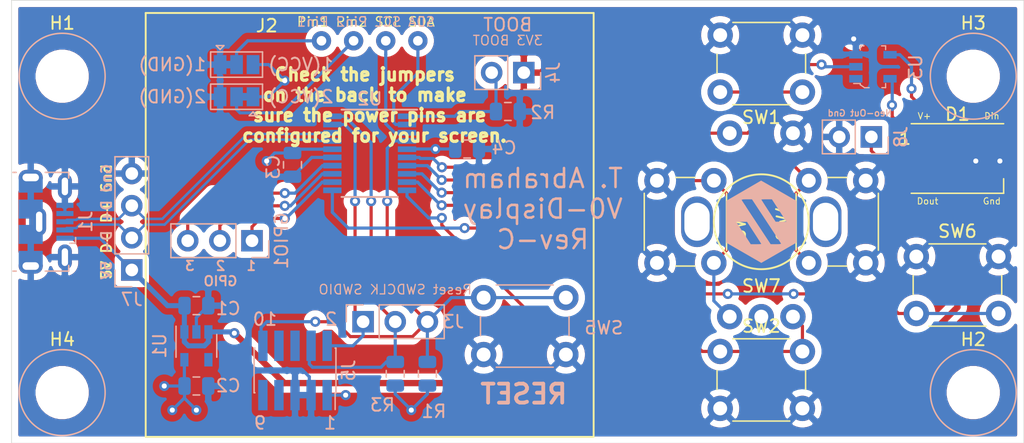
<source format=kicad_pcb>
(kicad_pcb (version 20171130) (host pcbnew "(5.1.5)-3")
  (layers (0 F.Cu signal) (31 B.Cu signal) (34 B.Paste user) (35 F.Paste user) (36 B.SilkS user) (37 F.SilkS user) (38 B.Mask user) (39 F.Mask user) (44 Edge.Cuts user))
  (net 0 "")
  (net 1 GND)
  (net 2 VBUS)
  (net 3 +3V3)
  (net 4 D+)
  (net 5 D-)
  (net 6 SDA)
  (net 7 SCL)
  (net 8 Button_Up)
  (net 9 Button_Down)
  (net 10 Button_Left)
  (net 11 Button_Right)
  (net 12 SWDCLK)
  (net 13 SWDIO)
  (net 14 BOOT0)
  (net 15 "Net-(D1-Pad4)")
  (net 16 Kill_Switch)
  (net 17 NeoPixel)
  (net 18 ~Reset)
  (net 19 "Net-(D1-Pad2)")
  (net 20 GPIO3)
  (net 21 GPIO2)
  (net 22 GPIO1)
  (net 23 Pin2)
  (net 24 Pin1)
  (module V0-Display:VoronLogo_6pt5mm_silkScreen (layer B.Cu) (at 144.42 67.15)
    (fp_text reference G*** hide)
    (fp_text value LOGO hide)
  )
  (module V0-Display:LED_WS2812B_PLCC4_5.0x5.0mm_P3.2mm (layer F.Cu) (at 159.92 62.15)
    (fp_text reference D1 (at 0 -3.5) (layer F.SilkS))
    (fp_text value WS2812B)
    (fp_text user 1 (at -4.15 -1.6) (layer F.SilkS))
    (pad 1 smd rect (at -2.45 -1.6) (size 1.5 1) (layers F.Cu F.Paste F.Mask) (net 2 VBUS))
    (pad 2 smd rect (at -2.45 1.6) (size 1.5 1) (layers F.Cu F.Paste F.Mask) (net 19 "Net-(D1-Pad2)"))
    (pad 4 smd rect (at 2.45 -1.6) (size 1.5 1) (layers F.Cu F.Paste F.Mask) (net 15 "Net-(D1-Pad4)"))
    (pad 3 smd rect (at 2.45 1.6) (size 1.5 1) (layers F.Cu F.Paste F.Mask) (net 1 GND))
  )
  (module V0-Display:PinHeader_2x05_P1.27mm_Vertical_SMD (layer B.Cu) (at 107.57 78.9 90)
    (fp_text reference J5 (at 0 4.235 90) (layer B.SilkS) (effects (justify mirror)))
    (fp_text value "SWD Header")
    (pad 10 smd rect (at 1.95 -2.54 90) (size 2.4 0.74) (layers B.Cu B.Paste B.Mask) (net 18 ~Reset))
    (pad 9 smd rect (at -1.95 -2.54 90) (size 2.4 0.74) (layers B.Cu B.Paste B.Mask))
    (pad 8 smd rect (at 1.95 -1.27 90) (size 2.4 0.74) (layers B.Cu B.Paste B.Mask))
    (pad 7 smd rect (at -1.95 -1.27 90) (size 2.4 0.74) (layers B.Cu B.Paste B.Mask))
    (pad 6 smd rect (at 1.95 0 90) (size 2.4 0.74) (layers B.Cu B.Paste B.Mask))
    (pad 5 smd rect (at -1.95 0 90) (size 2.4 0.74) (layers B.Cu B.Paste B.Mask) (net 1 GND))
    (pad 4 smd rect (at 1.95 1.27 90) (size 2.4 0.74) (layers B.Cu B.Paste B.Mask) (net 12 SWDCLK))
    (pad 3 smd rect (at -1.95 1.27 90) (size 2.4 0.74) (layers B.Cu B.Paste B.Mask) (net 1 GND))
    (pad 2 smd rect (at 1.95 2.54 90) (size 2.4 0.74) (layers B.Cu B.Paste B.Mask) (net 13 SWDIO))
    (pad 1 smd rect (at -1.95 2.54 90) (size 2.4 0.74) (layers B.Cu B.Paste B.Mask) (net 3 +3V3))
  )
  (module V0-Display:EN11_Encoder (layer F.Cu) (at 144.42 67.15)
    (fp_text reference SW7 (at 0 5.08) (layer F.SilkS))
    (fp_text value Rotary_Encoder_Switch)
    (pad MP thru_hole oval (at 5.08 0 180) (size 2.5 4) (drill oval 2 3) (layers *.Cu *.Mask))
    (pad MP thru_hole oval (at -5.08 0) (size 2.5 4) (drill oval 2 3) (layers *.Cu *.Mask))
    (pad S2 thru_hole circle (at 2.5 -7) (size 2 2) (drill 1.1) (layers *.Cu *.Mask) (net 1 GND))
    (pad S1 thru_hole circle (at -2.5 -7) (size 2 2) (drill 1.1) (layers *.Cu *.Mask) (net 8 Button_Up))
    (pad B thru_hole circle (at 2.5 7.5) (size 2 2) (drill 1.1) (layers *.Cu *.Mask) (net 9 Button_Down))
    (pad C thru_hole circle (at 0 7.5) (size 2 2) (drill 1.1) (layers *.Cu *.Mask) (net 1 GND))
    (pad A thru_hole circle (at -2.5 7.5) (size 2 2) (drill 1.1) (layers *.Cu *.Mask) (net 10 Button_Left))
  )
  (module V0-Display:1pt3in_OLED (layer F.Cu) (at 113.47 52.85)
    (fp_text reference J2 (at -8.132 -1.194) (layer F.SilkS))
    (fp_text value "I2C Header 1")
    (pad 4 thru_hole circle (at 3.81 0) (size 1.524 1.524) (drill 0.762) (layers *.Cu *.Mask) (net 6 SDA))
    (pad 3 thru_hole circle (at 1.27 0) (size 1.524 1.524) (drill 0.762) (layers *.Cu *.Mask) (net 7 SCL))
    (pad 2 thru_hole circle (at -1.27 0) (size 1.524 1.524) (drill 0.762) (layers *.Cu *.Mask) (net 23 Pin2))
    (pad 1 thru_hole circle (at -3.81 0) (size 1.524 1.524) (drill 0.762) (layers *.Cu *.Mask) (net 24 Pin1))
  )
  (module V0-Display:SOT-753 (layer B.Cu) (at 153.242 54.9 90)
    (fp_text reference U3 (at -0.025 3.375 90) (layer B.SilkS) (effects (justify mirror)))
    (fp_text value 74LVC1G17)
    (pad 1 smd rect (at -0.95 -1.35 90) (size 0.6 1.05) (layers B.Cu B.Paste B.Mask))
    (pad 2 smd rect (at 0 -1.35 90) (size 0.6 1.05) (layers B.Cu B.Paste B.Mask) (net 17 NeoPixel))
    (pad 3 smd rect (at 0.95 -1.35 90) (size 0.6 1.05) (layers B.Cu B.Paste B.Mask) (net 1 GND))
    (pad 4 smd rect (at 0.95 1.35 90) (size 0.6 1.05) (layers B.Cu B.Paste B.Mask) (net 15 "Net-(D1-Pad4)"))
    (pad 5 smd rect (at -0.95 1.35 90) (size 0.6 1.05) (layers B.Cu B.Paste B.Mask) (net 2 VBUS))
  )
  (module V0-Display:TSSOP-20_4.4x6.5mm_P0.65mm (layer B.Cu) (at 113.47 61.74 180)
    (fp_text reference U2 (at 0 4.3) (layer B.SilkS) (effects (justify mirror)))
    (fp_text value STM32F042F6Px)
    (pad 20 smd rect (at 2.95 2.925 180) (size 1.45 0.45) (layers B.Cu B.Paste B.Mask) (net 12 SWDCLK))
    (pad 19 smd rect (at 2.95 2.275 180) (size 1.45 0.45) (layers B.Cu B.Paste B.Mask) (net 13 SWDIO))
    (pad 18 smd rect (at 2.95 1.625 180) (size 1.45 0.45) (layers B.Cu B.Paste B.Mask) (net 4 D+))
    (pad 17 smd rect (at 2.95 0.975 180) (size 1.45 0.45) (layers B.Cu B.Paste B.Mask) (net 5 D-))
    (pad 16 smd rect (at 2.95 0.325 180) (size 1.45 0.45) (layers B.Cu B.Paste B.Mask) (net 3 +3V3))
    (pad 15 smd rect (at 2.95 -0.325 180) (size 1.45 0.45) (layers B.Cu B.Paste B.Mask) (net 1 GND))
    (pad 14 smd rect (at 2.95 -0.975 180) (size 1.45 0.45) (layers B.Cu B.Paste B.Mask) (net 20 GPIO3))
    (pad 13 smd rect (at 2.95 -1.625 180) (size 1.45 0.45) (layers B.Cu B.Paste B.Mask) (net 21 GPIO2))
    (pad 12 smd rect (at 2.95 -2.275 180) (size 1.45 0.45) (layers B.Cu B.Paste B.Mask) (net 22 GPIO1))
    (pad 11 smd rect (at 2.95 -2.925 180) (size 1.45 0.45) (layers B.Cu B.Paste B.Mask) (net 16 Kill_Switch))
    (pad 10 smd rect (at -2.95 -2.925 180) (size 1.45 0.45) (layers B.Cu B.Paste B.Mask) (net 9 Button_Down))
    (pad 9 smd rect (at -2.95 -2.275 180) (size 1.45 0.45) (layers B.Cu B.Paste B.Mask) (net 10 Button_Left))
    (pad 8 smd rect (at -2.95 -1.625 180) (size 1.45 0.45) (layers B.Cu B.Paste B.Mask) (net 11 Button_Right))
    (pad 7 smd rect (at -2.95 -0.975 180) (size 1.45 0.45) (layers B.Cu B.Paste B.Mask) (net 8 Button_Up))
    (pad 6 smd rect (at -2.95 -0.325 180) (size 1.45 0.45) (layers B.Cu B.Paste B.Mask) (net 17 NeoPixel))
    (pad 5 smd rect (at -2.95 0.325 180) (size 1.45 0.45) (layers B.Cu B.Paste B.Mask) (net 3 +3V3))
    (pad 4 smd rect (at -2.95 0.975 180) (size 1.45 0.45) (layers B.Cu B.Paste B.Mask) (net 18 ~Reset))
    (pad 3 smd rect (at -2.95 1.625 180) (size 1.45 0.45) (layers B.Cu B.Paste B.Mask) (net 7 SCL))
    (pad 2 smd rect (at -2.95 2.275 180) (size 1.45 0.45) (layers B.Cu B.Paste B.Mask) (net 6 SDA))
    (pad 1 smd rect (at -2.95 2.925 180) (size 1.45 0.45) (layers B.Cu B.Paste B.Mask) (net 14 BOOT0))
  )
  (module V0-Display:SOT-23-5 (layer B.Cu) (at 99.775 76.955 270)
    (fp_text reference U1 (at 0 2.9 90) (layer B.SilkS) (effects (justify mirror)))
    (fp_text value AP2127K-3.3)
    (pad 5 smd rect (at 1.1 0.95 270) (size 1.06 0.65) (layers B.Cu B.Paste B.Mask) (net 3 +3V3))
    (pad 4 smd rect (at 1.1 -0.95 270) (size 1.06 0.65) (layers B.Cu B.Paste B.Mask))
    (pad 3 smd rect (at -1.1 -0.95 270) (size 1.06 0.65) (layers B.Cu B.Paste B.Mask) (net 2 VBUS))
    (pad 2 smd rect (at -1.1 0 270) (size 1.06 0.65) (layers B.Cu B.Paste B.Mask) (net 1 GND))
    (pad 1 smd rect (at -1.1 0.95 270) (size 1.06 0.65) (layers B.Cu B.Paste B.Mask) (net 2 VBUS))
  )
  (module V0-Display:SW_PUSH_6mm (layer F.Cu) (at 156.67 69.9)
    (fp_text reference SW6 (at 3.25 -2) (layer F.SilkS))
    (fp_text value SW_SPST)
    (pad 1 thru_hole circle (at 6.5 0 90) (size 2 2) (drill 1.1) (layers *.Cu *.Mask) (net 1 GND))
    (pad 2 thru_hole circle (at 6.5 4.5 90) (size 2 2) (drill 1.1) (layers *.Cu *.Mask) (net 16 Kill_Switch))
    (pad 1 thru_hole circle (at 0 0 90) (size 2 2) (drill 1.1) (layers *.Cu *.Mask) (net 1 GND))
    (pad 2 thru_hole circle (at 0 4.5 90) (size 2 2) (drill 1.1) (layers *.Cu *.Mask) (net 16 Kill_Switch))
  )
  (module V0-Display:SW_PUSH_6mm (layer B.Cu) (at 128.975 73.145 180)
    (fp_text reference SW5 (at -2.999 -2.387) (layer B.SilkS) (effects (justify mirror)))
    (fp_text value SW_SPST)
    (pad 1 thru_hole circle (at 6.5 0 90) (size 2 2) (drill 1.1) (layers *.Cu *.Mask) (net 18 ~Reset))
    (pad 2 thru_hole circle (at 6.5 -4.5 90) (size 2 2) (drill 1.1) (layers *.Cu *.Mask) (net 1 GND))
    (pad 1 thru_hole circle (at 0 0 90) (size 2 2) (drill 1.1) (layers *.Cu *.Mask) (net 18 ~Reset))
    (pad 2 thru_hole circle (at 0 -4.5 90) (size 2 2) (drill 1.1) (layers *.Cu *.Mask) (net 1 GND))
  )
  (module V0-Display:SW_PUSH_6mm (layer F.Cu) (at 148.17 70.4 90)
    (fp_text reference SW4 (at 3.25 -2 90) (layer F.SilkS))
    (fp_text value SW_SPST)
    (pad 1 thru_hole circle (at 6.5 0 180) (size 2 2) (drill 1.1) (layers *.Cu *.Mask) (net 11 Button_Right))
    (pad 2 thru_hole circle (at 6.5 4.5 180) (size 2 2) (drill 1.1) (layers *.Cu *.Mask) (net 1 GND))
    (pad 1 thru_hole circle (at 0 0 180) (size 2 2) (drill 1.1) (layers *.Cu *.Mask) (net 11 Button_Right))
    (pad 2 thru_hole circle (at 0 4.5 180) (size 2 2) (drill 1.1) (layers *.Cu *.Mask) (net 1 GND))
  )
  (module V0-Display:SW_PUSH_6mm (layer F.Cu) (at 140.67 63.9 270)
    (fp_text reference SW3 (at 3.25 -2 90) (layer F.SilkS))
    (fp_text value SW_SPST)
    (pad 1 thru_hole circle (at 6.5 0) (size 2 2) (drill 1.1) (layers *.Cu *.Mask) (net 10 Button_Left))
    (pad 2 thru_hole circle (at 6.5 4.5) (size 2 2) (drill 1.1) (layers *.Cu *.Mask) (net 1 GND))
    (pad 1 thru_hole circle (at 0 0) (size 2 2) (drill 1.1) (layers *.Cu *.Mask) (net 10 Button_Left))
    (pad 2 thru_hole circle (at 0 4.5) (size 2 2) (drill 1.1) (layers *.Cu *.Mask) (net 1 GND))
  )
  (module V0-Display:SW_PUSH_6mm (layer F.Cu) (at 141.17 77.4)
    (fp_text reference SW2 (at 3.25 -2) (layer F.SilkS))
    (fp_text value SW_SPST)
    (pad 1 thru_hole circle (at 6.5 0 90) (size 2 2) (drill 1.1) (layers *.Cu *.Mask) (net 9 Button_Down))
    (pad 2 thru_hole circle (at 6.5 4.5 90) (size 2 2) (drill 1.1) (layers *.Cu *.Mask) (net 1 GND))
    (pad 1 thru_hole circle (at 0 0 90) (size 2 2) (drill 1.1) (layers *.Cu *.Mask) (net 9 Button_Down))
    (pad 2 thru_hole circle (at 0 4.5 90) (size 2 2) (drill 1.1) (layers *.Cu *.Mask) (net 1 GND))
  )
  (module V0-Display:SW_PUSH_6mm (layer F.Cu) (at 147.67 56.9 180)
    (fp_text reference SW1 (at 3.25 -2) (layer F.SilkS))
    (fp_text value SW_SPST)
    (pad 1 thru_hole circle (at 6.5 0 270) (size 2 2) (drill 1.1) (layers *.Cu *.Mask) (net 8 Button_Up))
    (pad 2 thru_hole circle (at 6.5 4.5 270) (size 2 2) (drill 1.1) (layers *.Cu *.Mask) (net 1 GND))
    (pad 1 thru_hole circle (at 0 0 270) (size 2 2) (drill 1.1) (layers *.Cu *.Mask) (net 8 Button_Up))
    (pad 2 thru_hole circle (at 0 4.5 270) (size 2 2) (drill 1.1) (layers *.Cu *.Mask) (net 1 GND))
  )
  (module V0-Display:R_0805_2012Metric (layer B.Cu) (at 115.49 79.1625 90)
    (fp_text reference R3 (at -2.4655 -1.008 180) (layer B.SilkS) (effects (justify mirror)))
    (fp_text value 10K)
    (pad 2 smd roundrect (at 0.9375 0 90) (size 0.975 1.4) (layers B.Cu B.Paste B.Mask) (net 12 SWDCLK))
    (pad 1 smd roundrect (at -0.9375 0 90) (size 0.975 1.4) (layers B.Cu B.Paste B.Mask) (net 3 +3V3))
  )
  (module V0-Display:R_0805_2012Metric (layer B.Cu) (at 124.392 58.438)
    (fp_text reference R2 (at 2.756 0.076) (layer B.SilkS) (effects (justify mirror)))
    (fp_text value 10K)
    (pad 2 smd roundrect (at 0.9375 0) (size 0.975 1.4) (layers B.Cu B.Paste B.Mask) (net 1 GND))
    (pad 1 smd roundrect (at -0.9375 0) (size 0.975 1.4) (layers B.Cu B.Paste B.Mask) (net 14 BOOT0))
  )
  (module V0-Display:R_0805_2012Metric (layer B.Cu) (at 118.03 79.1625 90)
    (fp_text reference R1 (at -2.9735 0.516 180) (layer B.SilkS) (effects (justify mirror)))
    (fp_text value 10K)
    (pad 2 smd roundrect (at 0.9375 0 90) (size 0.975 1.4) (layers B.Cu B.Paste B.Mask) (net 18 ~Reset))
    (pad 1 smd roundrect (at -0.9375 0 90) (size 0.975 1.4) (layers B.Cu B.Paste B.Mask) (net 3 +3V3))
  )
  (module V0-Display:SolderJumper-3_P1.3mm_Bridged12_Pad1.0x1.5mm (layer B.Cu) (at 102.95 54.73)
    (fp_text reference JP2 hide)
    (fp_text value Pin1)
    (fp_poly (pts (xy -0.9 0.3) (xy -0.4 0.3) (xy -0.4 -0.3) (xy -0.9 -0.3)) (layer B.Cu) (width 0))
    (pad 2 smd rect (at 0 0) (size 1 1.5) (layers B.Cu B.Mask) (net 24 Pin1))
    (pad 3 smd rect (at 1.3 0) (size 1 1.5) (layers B.Cu B.Mask) (net 3 +3V3))
    (pad 1 smd rect (at -1.3 0) (size 1 1.5) (layers B.Cu B.Mask) (net 1 GND))
  )
  (module V0-Display:SolderJumper-3_P1.3mm_Bridged12_Pad1.0x1.5mm (layer B.Cu) (at 102.95 57.27 180)
    (fp_text reference JP1 hide)
    (fp_text value Pin2)
    (fp_poly (pts (xy -0.9 0.3) (xy -0.4 0.3) (xy -0.4 -0.3) (xy -0.9 -0.3)) (layer B.Cu) (width 0))
    (pad 2 smd rect (at 0 0 180) (size 1 1.5) (layers B.Cu B.Mask) (net 23 Pin2))
    (pad 3 smd rect (at 1.3 0 180) (size 1 1.5) (layers B.Cu B.Mask) (net 1 GND))
    (pad 1 smd rect (at -1.3 0 180) (size 1 1.5) (layers B.Cu B.Mask) (net 3 +3V3))
  )
  (module V0-Display:PinHeader_1x02_P2.54mm_Vertical (layer B.Cu) (at 153.115 60.445 90)
    (fp_text reference J8 (at 0 2.33 90) (layer B.SilkS) (effects (justify mirror)))
    (fp_text value Conn_01x02)
    (pad 2 thru_hole oval (at 0 -2.54 90) (size 1.7 1.7) (drill 1) (layers *.Cu *.Mask) (net 1 GND))
    (pad 1 thru_hole rect (at 0 0 90) (size 1.7 1.7) (drill 1) (layers *.Cu *.Mask) (net 19 "Net-(D1-Pad2)"))
  )
  (module V0-Display:PinHeader_1x04_P2.54mm_Vertical (layer B.Cu) (at 94.67 70.96)
    (fp_text reference J7 (at 0 2.33) (layer B.SilkS) (effects (justify mirror)))
    (fp_text value USB_Header)
    (pad 4 thru_hole oval (at 0 -7.62) (size 1.7 1.7) (drill 1) (layers *.Cu *.Mask) (net 1 GND))
    (pad 3 thru_hole oval (at 0 -5.08) (size 1.7 1.7) (drill 1) (layers *.Cu *.Mask) (net 4 D+))
    (pad 2 thru_hole oval (at 0 -2.54) (size 1.7 1.7) (drill 1) (layers *.Cu *.Mask) (net 5 D-))
    (pad 1 thru_hole rect (at 0 0) (size 1.7 1.7) (drill 1) (layers *.Cu *.Mask) (net 2 VBUS))
  )
  (module V0-Display:PinHeader_1x02_P2.54mm_Vertical (layer B.Cu) (at 125.65 55.365 90)
    (fp_text reference J4 (at 0 2.33 90) (layer B.SilkS) (effects (justify mirror)))
    (fp_text value Conn_01x02)
    (pad 2 thru_hole oval (at 0 -2.54 90) (size 1.7 1.7) (drill 1) (layers *.Cu *.Mask) (net 14 BOOT0))
    (pad 1 thru_hole rect (at 0 0 90) (size 1.7 1.7) (drill 1) (layers *.Cu *.Mask) (net 3 +3V3))
  )
  (module V0-Display:PinHeader_1x03_P2.54mm_Vertical (layer B.Cu) (at 112.95 75.05 270)
    (fp_text reference J3 (at 0 -7.12 180) (layer B.SilkS) (effects (justify mirror)))
    (fp_text value Conn_01x03)
    (pad 3 thru_hole oval (at 0 -5.08 270) (size 1.7 1.7) (drill 1) (layers *.Cu *.Mask) (net 18 ~Reset))
    (pad 2 thru_hole oval (at 0 -2.54 270) (size 1.7 1.7) (drill 1) (layers *.Cu *.Mask) (net 12 SWDCLK))
    (pad 1 thru_hole rect (at 0 0 270) (size 1.7 1.7) (drill 1) (layers *.Cu *.Mask) (net 13 SWDIO))
  )
  (module V0-Display:MolexVertical&Horizontal_MicroB (layer B.Cu) (at 87.92 67.15 90)
    (fp_text reference J1 (at 0 3.1125 90) (layer B.SilkS) (effects (justify mirror)))
    (fp_text value USB_B_Micro)
    (pad 6 thru_hole oval (at 0 -0.5695 90) (size 2.2 1.1) (drill oval 1.6 0.5) (layers *.Cu *.Mask) (net 1 GND))
    (pad 6 thru_hole oval (at -2.794 1.4625 90) (size 2 1.1) (drill oval 1.4 0.5) (layers *.Cu *.Mask) (net 1 GND))
    (pad 6 smd rect (at -2.9 -1.2375 90) (size 1.2 1.9) (layers B.Cu B.Mask) (net 1 GND))
    (pad 6 smd rect (at 2.9 -1.2375 90) (size 1.2 1.9) (layers B.Cu B.Mask) (net 1 GND))
    (pad 6 thru_hole oval (at 3.5 -1.2375 90) (size 1.2 1.9) (drill oval 0.6 1.3) (layers *.Cu *.Mask) (net 1 GND))
    (pad 6 thru_hole oval (at -3.5 -1.2375 270) (size 1.2 1.9) (drill oval 0.6 1.3) (layers *.Cu *.Mask) (net 1 GND))
    (pad 6 smd rect (at -1 -1.2375 90) (size 1.5 1.9) (layers B.Cu B.Paste B.Mask) (net 1 GND))
    (pad 6 thru_hole oval (at 2.794 1.4625 90) (size 2 1.1) (drill oval 1.4 0.5) (layers *.Cu *.Mask) (net 1 GND))
    (pad 3 smd rect (at 0 1.4625 90) (size 0.4 1.35) (layers B.Cu B.Paste B.Mask) (net 4 D+))
    (pad 4 smd rect (at 0.65 1.4625 90) (size 0.4 1.35) (layers B.Cu B.Paste B.Mask) (net 1 GND))
    (pad 5 smd rect (at 1.3 1.4625 90) (size 0.4 1.35) (layers B.Cu B.Paste B.Mask) (net 1 GND))
    (pad 1 smd rect (at -1.3 1.4625 90) (size 0.4 1.35) (layers B.Cu B.Paste B.Mask) (net 2 VBUS))
    (pad 2 smd rect (at -0.65 1.4625 90) (size 0.4 1.35) (layers B.Cu B.Paste B.Mask) (net 5 D-))
    (pad 6 smd rect (at 1 -1.2375 90) (size 1.5 1.9) (layers B.Cu B.Paste B.Mask) (net 1 GND))
  )
  (module V0-Display:MountingHole_3.2mm_M3 (layer F.Cu) (at 89.17 80.65)
    (fp_text reference H4 (at 0 -4.2) (layer F.SilkS))
    (fp_text value MountingHole)
    (pad 1 np_thru_hole circle (at 0 0) (size 3.2 3.2) (drill 3.2) (layers *.Cu *.Mask))
  )
  (module V0-Display:MountingHole_3.2mm_M3 (layer F.Cu) (at 161.17 55.65)
    (fp_text reference H3 (at 0 -4.2) (layer F.SilkS))
    (fp_text value MountingHole)
    (pad 1 np_thru_hole circle (at 0 0) (size 3.2 3.2) (drill 3.2) (layers *.Cu *.Mask))
  )
  (module V0-Display:MountingHole_3.2mm_M3 (layer F.Cu) (at 161.17 80.65)
    (fp_text reference H2 (at 0 -4.2) (layer F.SilkS))
    (fp_text value MountingHole)
    (pad 1 np_thru_hole circle (at 0 0) (size 3.2 3.2) (drill 3.2) (layers *.Cu *.Mask))
  )
  (module V0-Display:MountingHole_3.2mm_M3 (layer F.Cu) (at 89.17 55.65)
    (fp_text reference H1 (at 0 -4.2) (layer F.SilkS))
    (fp_text value MountingHole)
    (pad 1 np_thru_hole circle (at 0 0) (size 3.2 3.2) (drill 3.2) (layers *.Cu *.Mask))
  )
  (module V0-Display:PinHeader_1x03_P2.54mm_Vertical (layer B.Cu) (at 104.17 68.65 90)
    (fp_text reference GPIO1 (at 0 2.33 90) (layer B.SilkS) (effects (justify mirror)))
    (fp_text value Conn_01x03)
    (pad 3 thru_hole oval (at 0 -5.08 90) (size 1.7 1.7) (drill 1) (layers *.Cu *.Mask) (net 20 GPIO3))
    (pad 2 thru_hole oval (at 0 -2.54 90) (size 1.7 1.7) (drill 1) (layers *.Cu *.Mask) (net 21 GPIO2))
    (pad 1 thru_hole rect (at 0 0 90) (size 1.7 1.7) (drill 1) (layers *.Cu *.Mask) (net 22 GPIO1))
  )
  (module V0-Display:C_0805_2012Metric (layer B.Cu) (at 121.17 61.4)
    (fp_text reference C4 (at 2.93 -0.092) (layer B.SilkS) (effects (justify mirror)))
    (fp_text value 0.1uF)
    (pad 2 smd roundrect (at 0.9375 0) (size 0.975 1.4) (layers B.Cu B.Paste B.Mask) (net 1 GND))
    (pad 1 smd roundrect (at -0.9375 0) (size 0.975 1.4) (layers B.Cu B.Paste B.Mask) (net 3 +3V3))
  )
  (module V0-Display:C_0805_2012Metric (layer B.Cu) (at 107.37 62.6525 90)
    (fp_text reference C3 (at -0.1795 -1.524 90) (layer B.SilkS) (effects (justify mirror)))
    (fp_text value 0.1uF)
    (pad 2 smd roundrect (at 0.9375 0 90) (size 0.975 1.4) (layers B.Cu B.Paste B.Mask) (net 3 +3V3))
    (pad 1 smd roundrect (at -0.9375 0 90) (size 0.975 1.4) (layers B.Cu B.Paste B.Mask) (net 1 GND))
  )
  (module V0-Display:C_0805_2012Metric (layer B.Cu) (at 99.775 80.13)
    (fp_text reference C2 (at 2.515 -0.026) (layer B.SilkS) (effects (justify mirror)))
    (fp_text value 4.7uF)
    (pad 2 smd roundrect (at 0.9375 0) (size 0.975 1.4) (layers B.Cu B.Paste B.Mask) (net 1 GND))
    (pad 1 smd roundrect (at -0.9375 0) (size 0.975 1.4) (layers B.Cu B.Paste B.Mask) (net 3 +3V3))
  )
  (module V0-Display:C_0805_2012Metric (layer B.Cu) (at 99.775 73.78)
    (fp_text reference C1 (at 2.515 0.228) (layer B.SilkS) (effects (justify mirror)))
    (fp_text value 4.7uF)
    (pad 2 smd roundrect (at 0.9375 0) (size 0.975 1.4) (layers B.Cu B.Paste B.Mask) (net 1 GND))
    (pad 1 smd roundrect (at -0.9375 0) (size 0.975 1.4) (layers B.Cu B.Paste B.Mask) (net 2 VBUS))
  )
  (gr_text "T. Abraham\nV0-Display\nRev-C" (at 127.148 66.134) (layer B.SilkS) (effects (font (size 1.5 1.5) (thickness 0.2)) (justify mirror)))
  (gr_text "Neo-Out Gnd\n" (at 152.205 58.565) (layer B.SilkS) (effects (font (size 0.5 0.5) (thickness 0.1)) (justify mirror)))
  (gr_text "Check the jumpers \non the back to make \nsure the power pins are\n configured for your screen." (at 113.47 57.93) (layer F.SilkS) (effects (font (size 1 1) (thickness 0.25))))
  (gr_text "2(VCC)" (at 108.03 57.27) (layer B.SilkS) (effects (font (size 1 1)) (justify mirror)))
  (gr_text "1(VCC)" (at 108.03 54.73) (layer B.SilkS) (effects (font (size 1 1)) (justify mirror)))
  (gr_text "2(GND)" (at 97.87 57.27) (layer B.SilkS) (effects (font (size 1 1)) (justify mirror)))
  (gr_text "1(GND)" (at 97.87 54.73) (layer B.SilkS) (effects (font (size 1 1)) (justify mirror)))
  (gr_text V+ (at 157.306 58.794) (layer F.SilkS) (effects (font (size 0.5 0.5) (thickness 0.075))))
  (gr_text Gnd (at 162.64 65.525) (layer F.SilkS) (effects (font (size 0.5 0.5) (thickness 0.075))))
  (gr_text Dout (at 157.56 65.525) (layer F.SilkS) (effects (font (size 0.5 0.5) (thickness 0.075))))
  (gr_text Din (at 162.64 58.794) (layer F.SilkS) (effects (font (size 0.5 0.5) (thickness 0.075))))
  (gr_text "1   2   3\nGPIO" (at 101.68 71.24) (layer B.SilkS) (effects (font (size 0.75 0.75)) (justify mirror)))
  (gr_text "Gnd D+ D- 5V" (at 92.67 67.15 90) (layer B.SilkS) (effects (font (size 0.8 0.8)) (justify mirror)))
  (gr_text "5V D- D+ Gnd" (at 92.67 67.15 90) (layer F.SilkS) (effects (font (size 0.8 0.8))))
  (gr_circle (center 161.17 55.65) (end 163.57 53.25) (layer B.SilkS) (width 0.12))
  (gr_circle (center 161.17 80.65) (end 163.57 78.25) (layer B.SilkS) (width 0.12))
  (gr_circle (center 89.17 80.65) (end 91.57 78.25) (layer B.SilkS) (width 0.12))
  (gr_circle (center 89.17 55.65) (end 91.57 53.25) (layer B.SilkS) (width 0.12))
  (gr_text "2     10" (at 107.57 74.85) (layer B.SilkS) (effects (font (size 1 1)) (justify mirror)))
  (gr_text "1      9" (at 107.57 83.05) (layer B.SilkS) (effects (font (size 1 1)) (justify mirror)))
  (gr_text "SDA SCL Pin2 Pin1" (at 113.17 51.348) (layer B.SilkS) (effects (font (size 0.75 0.75) (thickness 0.1)) (justify mirror)))
  (gr_text "Pin1 Pin2 SCL SDA" (at 113.17 51.348) (layer F.SilkS) (effects (font (size 0.75 0.75) (thickness 0.1))))
  (gr_text RESET (at 125.65 80.765) (layer B.SilkS) (effects (font (size 1.5 1.5) (thickness 0.3)) (justify mirror)))
  (gr_text BOOT (at 124.38 51.58) (layer B.SilkS) (effects (font (size 1 1)) (justify mirror)))
  (gr_text "3V3 BOOT" (at 124.38 52.825) (layer B.SilkS) (effects (font (size 0.75 0.75) (thickness 0.1)) (justify mirror)))
  (gr_text "Reset SWDCLK SWDIO\n" (at 115.49 72.51) (layer B.SilkS) (effects (font (size 0.75 0.75) (thickness 0.1)) (justify mirror)))
  (gr_line (start 85.17 84.65) (end 85.17 49.65) (layer Edge.Cuts) (width 0.05))
  (gr_line (start 165.17 84.65) (end 85.17 84.65) (layer Edge.Cuts) (width 0.05))
  (gr_line (start 165.17 49.65) (end 165.17 84.65) (layer Edge.Cuts) (width 0.05))
  (gr_line (start 85.17 49.65) (end 165.17 49.65) (layer Edge.Cuts) (width 0.05))
  (segment (start 108.895 62.065) (end 107.37 63.59) (width 0.25) (layer B.Cu) (net 1))
  (segment (start 110.52 62.065) (end 108.895 62.065) (width 0.25) (layer B.Cu) (net 1))
  (segment (start 108.7 79.4) (end 108.15 78.85) (width 0.25) (layer B.Cu) (net 1))
  (segment (start 108.7 80.85) (end 108.7 79.4) (width 0.25) (layer B.Cu) (net 1))
  (segment (start 108.15 78.85) (end 106.17 78.85) (width 0.25) (layer B.Cu) (net 1))
  (segment (start 89.3825 66.5) (end 89.3825 64.65) (width 0.25) (layer B.Cu) (net 1))
  (segment (start 99.775 74.7175) (end 100.7125 73.78) (width 0.25) (layer B.Cu) (net 1))
  (segment (start 99.775 75.855) (end 99.775 74.7175) (width 0.25) (layer B.Cu) (net 1))
  (via (at 161.37 62.35) (size 0.8) (drill 0.4) (layers F.Cu B.Cu) (net 1))
  (segment (start 162.37 63.75) (end 162.37 63.35) (width 0.25) (layer F.Cu) (net 1))
  (segment (start 162.37 63.35) (end 161.37 62.35) (width 0.25) (layer F.Cu) (net 1))
  (via (at 163.275 62.35) (size 0.8) (drill 0.4) (layers F.Cu B.Cu) (net 1))
  (segment (start 162.37 63.75) (end 162.37 63.255) (width 0.25) (layer F.Cu) (net 1))
  (segment (start 162.37 63.255) (end 163.275 62.35) (width 0.25) (layer F.Cu) (net 1))
  (via (at 151.718 52.698) (size 0.8) (drill 0.4) (layers F.Cu B.Cu) (net 1))
  (segment (start 151.892 53.95) (end 151.892 52.872) (width 0.25) (layer B.Cu) (net 1))
  (segment (start 151.892 52.872) (end 151.718 52.698) (width 0.25) (layer B.Cu) (net 1))
  (segment (start 86.6825 67.818) (end 87.3505 67.15) (width 0.25) (layer B.Cu) (net 1))
  (segment (start 86.6825 68.15) (end 86.6825 67.818) (width 0.25) (layer B.Cu) (net 1))
  (segment (start 86.6825 66.482) (end 87.3505 67.15) (width 0.25) (layer B.Cu) (net 1))
  (segment (start 86.6825 66.15) (end 86.6825 66.482) (width 0.25) (layer B.Cu) (net 1))
  (segment (start 86.6825 64.25) (end 86.6825 70.65) (width 0.25) (layer B.Cu) (net 1))
  (segment (start 101.65 57.27) (end 101.65 54.73) (width 0.25) (layer B.Cu) (net 1))
  (via (at 102.775 75.955) (size 0.8) (drill 0.4) (layers F.Cu B.Cu) (net 2))
  (segment (start 102.675 75.855) (end 102.775 75.955) (width 0.4) (layer B.Cu) (net 2))
  (segment (start 100.725 75.855) (end 102.675 75.855) (width 0.4) (layer B.Cu) (net 2))
  (segment (start 100.41 76.955) (end 100.725 76.64) (width 0.4) (layer B.Cu) (net 2))
  (segment (start 98.825 75.855) (end 98.825 76.64) (width 0.4) (layer B.Cu) (net 2))
  (segment (start 98.825 76.64) (end 99.14 76.955) (width 0.4) (layer B.Cu) (net 2))
  (segment (start 99.14 76.955) (end 100.41 76.955) (width 0.4) (layer B.Cu) (net 2))
  (segment (start 100.725 76.64) (end 100.725 75.855) (width 0.4) (layer B.Cu) (net 2))
  (segment (start 92.16 68.45) (end 94.67 70.96) (width 0.25) (layer B.Cu) (net 2))
  (segment (start 89.3825 68.45) (end 92.16 68.45) (width 0.25) (layer B.Cu) (net 2))
  (segment (start 98.825 73.7925) (end 98.8375 73.78) (width 0.4) (layer B.Cu) (net 2))
  (segment (start 98.825 75.855) (end 98.825 73.7925) (width 0.4) (layer B.Cu) (net 2))
  (segment (start 97.49 73.78) (end 94.67 70.96) (width 0.4) (layer B.Cu) (net 2))
  (segment (start 98.8375 73.78) (end 97.49 73.78) (width 0.4) (layer B.Cu) (net 2))
  (segment (start 158.72 60.55) (end 157.47 60.55) (width 0.5) (layer F.Cu) (net 2))
  (segment (start 106.72 79.9) (end 153.92 79.9) (width 0.5) (layer F.Cu) (net 2))
  (segment (start 153.92 79.9) (end 159.92 73.9) (width 0.5) (layer F.Cu) (net 2))
  (segment (start 102.775 75.955) (end 106.72 79.9) (width 0.5) (layer F.Cu) (net 2))
  (segment (start 159.92 73.9) (end 159.92 61.75) (width 0.5) (layer F.Cu) (net 2))
  (segment (start 159.92 61.75) (end 158.72 60.55) (width 0.5) (layer F.Cu) (net 2))
  (via (at 154.745 57.93) (size 0.8) (drill 0.4) (layers F.Cu B.Cu) (net 2))
  (segment (start 154.766 58.846) (end 154.766 58.286) (width 0.25) (layer F.Cu) (net 2))
  (segment (start 157.47 60.55) (end 156.47 60.55) (width 0.25) (layer F.Cu) (net 2))
  (segment (start 156.47 60.55) (end 154.766 58.846) (width 0.25) (layer F.Cu) (net 2))
  (segment (start 154.766 56.024) (end 154.592 55.85) (width 0.25) (layer B.Cu) (net 2))
  (segment (start 154.766 58.286) (end 154.766 56.024) (width 0.25) (layer B.Cu) (net 2))
  (segment (start 116.435 61.4) (end 116.42 61.415) (width 0.25) (layer B.Cu) (net 3))
  (segment (start 120.2325 61.4) (end 118.67 61.4) (width 0.25) (layer B.Cu) (net 3))
  (segment (start 118.67 61.4) (end 116.435 61.4) (width 0.25) (layer B.Cu) (net 3))
  (via (at 118.67 61.4) (size 0.8) (drill 0.4) (layers F.Cu B.Cu) (net 3))
  (segment (start 118.03 80.1) (end 118.03 80.765) (width 0.25) (layer B.Cu) (net 3))
  (segment (start 118.03 80.765) (end 116.76 82.035) (width 0.25) (layer B.Cu) (net 3))
  (segment (start 115.49 80.765) (end 116.76 82.035) (width 0.25) (layer B.Cu) (net 3))
  (segment (start 115.49 80.1) (end 115.49 80.765) (width 0.25) (layer B.Cu) (net 3))
  (segment (start 116.76 82.035) (end 116.76 82.035) (width 0.25) (layer B.Cu) (net 3))
  (via (at 116.76 82.035) (size 0.8) (drill 0.4) (layers F.Cu B.Cu) (net 3))
  (segment (start 107.67 61.415) (end 107.37 61.715) (width 0.25) (layer B.Cu) (net 3))
  (segment (start 110.52 61.415) (end 107.67 61.415) (width 0.25) (layer B.Cu) (net 3))
  (via (at 105.33 62.35) (size 0.8) (drill 0.4) (layers F.Cu B.Cu) (net 3))
  (segment (start 107.37 61.715) (end 105.965 61.715) (width 0.25) (layer B.Cu) (net 3))
  (segment (start 105.965 61.715) (end 105.33 62.35) (width 0.25) (layer B.Cu) (net 3))
  (via (at 111.57 80.85) (size 0.8) (drill 0.4) (layers F.Cu B.Cu) (net 3))
  (segment (start 109.97 80.85) (end 111.57 80.85) (width 0.25) (layer B.Cu) (net 3))
  (segment (start 98.825 80.1175) (end 98.8375 80.13) (width 0.25) (layer B.Cu) (net 3))
  (segment (start 98.825 78.055) (end 98.825 80.1175) (width 0.25) (layer B.Cu) (net 3))
  (via (at 97.235 80.13) (size 0.8) (drill 0.4) (layers F.Cu B.Cu) (net 3))
  (segment (start 98.8375 80.13) (end 97.235 80.13) (width 0.25) (layer B.Cu) (net 3))
  (via (at 99.775 82.035) (size 0.8) (drill 0.4) (layers F.Cu B.Cu) (net 3))
  (segment (start 98.8375 80.13) (end 98.8375 81.0975) (width 0.25) (layer B.Cu) (net 3))
  (segment (start 98.8375 81.0975) (end 99.775 82.035) (width 0.25) (layer B.Cu) (net 3))
  (via (at 97.87 82.035) (size 0.8) (drill 0.4) (layers F.Cu B.Cu) (net 3))
  (segment (start 98.8375 81.0975) (end 98.8075 81.0975) (width 0.25) (layer B.Cu) (net 3))
  (segment (start 98.8075 81.0975) (end 97.87 82.035) (width 0.25) (layer B.Cu) (net 3))
  (segment (start 104.25 57.27) (end 105.49 57.27) (width 0.25) (layer B.Cu) (net 3))
  (segment (start 105.49 57.27) (end 106.76 56) (width 0.25) (layer B.Cu) (net 3))
  (segment (start 105.49 54.73) (end 104.25 54.73) (width 0.25) (layer B.Cu) (net 3))
  (segment (start 106.76 56) (end 106.76 56) (width 0.25) (layer B.Cu) (net 3))
  (segment (start 106.76 56) (end 105.49 54.73) (width 0.25) (layer B.Cu) (net 3))
  (via (at 106.76 56) (size 0.8) (drill 0.4) (layers F.Cu B.Cu) (net 3))
  (segment (start 89.396103 67.15) (end 89.546102 67.000001) (width 0.2) (layer B.Cu) (net 4))
  (segment (start 89.546102 67.000001) (end 90.297501 67.000001) (width 0.2) (layer B.Cu) (net 4))
  (segment (start 90.297501 67.000001) (end 90.372502 66.925) (width 0.2) (layer B.Cu) (net 4))
  (segment (start 89.3825 67.15) (end 89.396103 67.15) (width 0.2) (layer B.Cu) (net 4))
  (segment (start 93.625 66.925) (end 94.67 65.88) (width 0.2) (layer B.Cu) (net 4))
  (segment (start 90.372502 66.925) (end 93.625 66.925) (width 0.2) (layer B.Cu) (net 4))
  (segment (start 94.67 65.88) (end 95.715 66.925) (width 0.2) (layer B.Cu) (net 4))
  (segment (start 95.715 66.925) (end 97.0768 66.925) (width 0.2) (layer B.Cu) (net 4))
  (segment (start 103.7868 60.215) (end 109.332499 60.215) (width 0.2) (layer B.Cu) (net 4))
  (segment (start 97.0768 66.925) (end 103.7868 60.215) (width 0.2) (layer B.Cu) (net 4))
  (segment (start 109.432499 60.115) (end 110.52 60.115) (width 0.2) (layer B.Cu) (net 4))
  (segment (start 109.332499 60.215) (end 109.432499 60.115) (width 0.2) (layer B.Cu) (net 4))
  (segment (start 90.558885 67.375) (end 93.625 67.375) (width 0.2) (layer B.Cu) (net 5))
  (segment (start 93.625 67.375) (end 94.67 68.42) (width 0.2) (layer B.Cu) (net 5))
  (segment (start 90.283884 67.650001) (end 90.558885 67.375) (width 0.2) (layer B.Cu) (net 5))
  (segment (start 89.3825 67.8) (end 89.532499 67.650001) (width 0.2) (layer B.Cu) (net 5))
  (segment (start 89.532499 67.650001) (end 90.283884 67.650001) (width 0.2) (layer B.Cu) (net 5))
  (segment (start 95.715 67.375) (end 97.2632 67.375) (width 0.2) (layer B.Cu) (net 5))
  (segment (start 94.67 68.42) (end 95.715 67.375) (width 0.2) (layer B.Cu) (net 5))
  (segment (start 109.432499 60.765) (end 110.52 60.765) (width 0.2) (layer B.Cu) (net 5))
  (segment (start 103.9732 60.665) (end 109.332499 60.665) (width 0.2) (layer B.Cu) (net 5))
  (segment (start 109.332499 60.665) (end 109.432499 60.765) (width 0.2) (layer B.Cu) (net 5))
  (segment (start 97.2632 67.375) (end 103.9732 60.665) (width 0.2) (layer B.Cu) (net 5))
  (segment (start 115.369999 57.300001) (end 117.28 55.39) (width 0.25) (layer B.Cu) (net 6))
  (segment (start 116.42 59.465) (end 115.534998 59.465) (width 0.25) (layer B.Cu) (net 6))
  (segment (start 115.369999 59.300001) (end 115.369999 57.300001) (width 0.25) (layer B.Cu) (net 6))
  (segment (start 115.534998 59.465) (end 115.369999 59.300001) (width 0.25) (layer B.Cu) (net 6))
  (segment (start 117.28 54.31237) (end 117.28 52.85) (width 0.25) (layer B.Cu) (net 6))
  (segment (start 117.28 55.39) (end 117.28 54.31237) (width 0.25) (layer B.Cu) (net 6))
  (segment (start 114.74 53.92763) (end 114.74 52.85) (width 0.25) (layer B.Cu) (net 7))
  (segment (start 114.74 59.41) (end 114.74 53.92763) (width 0.25) (layer B.Cu) (net 7))
  (segment (start 115.445 60.115) (end 114.74 59.41) (width 0.25) (layer B.Cu) (net 7))
  (segment (start 116.42 60.115) (end 115.445 60.115) (width 0.25) (layer B.Cu) (net 7))
  (via (at 119.16 63.85) (size 0.8) (drill 0.4) (layers F.Cu B.Cu) (net 8))
  (segment (start 116.42 62.715) (end 118.025 62.715) (width 0.25) (layer B.Cu) (net 8))
  (segment (start 118.025 62.715) (end 119.16 63.85) (width 0.25) (layer B.Cu) (net 8))
  (segment (start 119.16 63.85) (end 132.17 63.85) (width 0.25) (layer F.Cu) (net 8))
  (segment (start 135.87 60.15) (end 141.92 60.15) (width 0.25) (layer F.Cu) (net 8))
  (segment (start 132.17 63.85) (end 135.87 60.15) (width 0.25) (layer F.Cu) (net 8))
  (segment (start 143.334213 60.15) (end 144.42 59.064213) (width 0.25) (layer F.Cu) (net 8))
  (segment (start 141.92 60.15) (end 143.334213 60.15) (width 0.25) (layer F.Cu) (net 8))
  (segment (start 144.42 59.064213) (end 144.42 58.15) (width 0.25) (layer F.Cu) (net 8))
  (segment (start 144.42 58.15) (end 143.17 56.9) (width 0.25) (layer F.Cu) (net 8))
  (segment (start 143.17 56.9) (end 141.17 56.9) (width 0.25) (layer F.Cu) (net 8))
  (segment (start 144.42 58.15) (end 145.67 56.9) (width 0.25) (layer F.Cu) (net 8))
  (segment (start 145.67 56.9) (end 147.67 56.9) (width 0.25) (layer F.Cu) (net 8))
  (via (at 119.17 66.85) (size 0.8) (drill 0.4) (layers F.Cu B.Cu) (net 9))
  (segment (start 116.42 64.665) (end 116.42 65.14) (width 0.25) (layer B.Cu) (net 9))
  (segment (start 116.42 65.14) (end 118.130003 66.850003) (width 0.25) (layer B.Cu) (net 9))
  (segment (start 142.584213 77.4) (end 147.67 77.4) (width 0.25) (layer F.Cu) (net 9))
  (segment (start 141.17 77.4) (end 142.584213 77.4) (width 0.25) (layer F.Cu) (net 9))
  (segment (start 147.67 75.4) (end 146.92 74.65) (width 0.25) (layer F.Cu) (net 9))
  (segment (start 147.67 77.4) (end 147.67 75.4) (width 0.25) (layer F.Cu) (net 9))
  (segment (start 118.130006 66.85) (end 119.17 66.85) (width 0.25) (layer B.Cu) (net 9))
  (segment (start 118.130003 66.850003) (end 118.130006 66.85) (width 0.25) (layer B.Cu) (net 9))
  (segment (start 139.755787 77.4) (end 141.17 77.4) (width 0.25) (layer F.Cu) (net 9))
  (segment (start 137.505787 75.15) (end 139.755787 77.4) (width 0.25) (layer F.Cu) (net 9))
  (segment (start 126.904315 75.15) (end 137.505787 75.15) (width 0.25) (layer F.Cu) (net 9))
  (segment (start 119.17 67.415685) (end 126.904315 75.15) (width 0.25) (layer F.Cu) (net 9))
  (segment (start 119.17 66.85) (end 119.17 67.415685) (width 0.25) (layer F.Cu) (net 9))
  (via (at 119.16 65.85) (size 0.8) (drill 0.4) (layers F.Cu B.Cu) (net 10))
  (segment (start 119.086998 65.85) (end 119.16 65.85) (width 0.25) (layer B.Cu) (net 10))
  (segment (start 116.42 64.015) (end 117.251998 64.015) (width 0.25) (layer B.Cu) (net 10))
  (segment (start 117.251998 64.015) (end 119.086998 65.85) (width 0.25) (layer B.Cu) (net 10))
  (segment (start 140.67 63.9) (end 141.17 64.4) (width 0.25) (layer F.Cu) (net 10))
  (segment (start 140.67 63.9) (end 141.67 64.9) (width 0.25) (layer F.Cu) (net 10))
  (segment (start 141.669999 69.400001) (end 140.67 70.4) (width 0.25) (layer F.Cu) (net 10))
  (segment (start 141.67 64.9) (end 141.669999 69.400001) (width 0.25) (layer F.Cu) (net 10))
  (segment (start 138.67 63.9) (end 140.67 63.9) (width 0.25) (layer F.Cu) (net 10))
  (segment (start 119.16 65.85) (end 136.72 65.85) (width 0.25) (layer F.Cu) (net 10))
  (segment (start 136.72 65.85) (end 138.67 63.9) (width 0.25) (layer F.Cu) (net 10))
  (segment (start 140.67 73.4) (end 141.92 74.65) (width 0.25) (layer B.Cu) (net 10))
  (segment (start 140.67 70.4) (end 140.67 73.4) (width 0.25) (layer B.Cu) (net 10))
  (via (at 119.16 64.85) (size 0.8) (drill 0.4) (layers F.Cu B.Cu) (net 11))
  (segment (start 116.42 63.365) (end 117.601998 63.365) (width 0.25) (layer B.Cu) (net 11))
  (segment (start 119.086998 64.85) (end 119.16 64.85) (width 0.25) (layer B.Cu) (net 11))
  (segment (start 117.601998 63.365) (end 119.086998 64.85) (width 0.25) (layer B.Cu) (net 11))
  (segment (start 132.22 64.85) (end 135.17 61.9) (width 0.25) (layer F.Cu) (net 11))
  (segment (start 119.16 64.85) (end 132.22 64.85) (width 0.25) (layer F.Cu) (net 11))
  (segment (start 146.17 61.9) (end 148.17 63.9) (width 0.25) (layer F.Cu) (net 11))
  (segment (start 135.17 61.9) (end 146.17 61.9) (width 0.25) (layer F.Cu) (net 11))
  (segment (start 148.17 63.9) (end 147.17 64.9) (width 0.25) (layer F.Cu) (net 11))
  (segment (start 147.170001 69.400001) (end 148.17 70.4) (width 0.25) (layer F.Cu) (net 11))
  (segment (start 147.17 64.9) (end 147.170001 69.400001) (width 0.25) (layer F.Cu) (net 11))
  (segment (start 115.49 78.225) (end 115.49 75.05) (width 0.25) (layer B.Cu) (net 12))
  (segment (start 113.585 60.905) (end 113.585 65.525) (width 0.25) (layer B.Cu) (net 12))
  (segment (start 110.52 58.815) (end 111.495 58.815) (width 0.25) (layer B.Cu) (net 12))
  (via (at 113.585 65.525) (size 0.8) (drill 0.4) (layers F.Cu B.Cu) (net 12))
  (segment (start 111.495 58.815) (end 113.585 60.905) (width 0.25) (layer B.Cu) (net 12))
  (segment (start 113.585 73.145) (end 115.49 75.05) (width 0.25) (layer F.Cu) (net 12))
  (segment (start 113.585 65.525) (end 113.585 73.145) (width 0.25) (layer F.Cu) (net 12))
  (segment (start 108.7 76.95) (end 108.7 78.4) (width 0.25) (layer B.Cu) (net 12))
  (segment (start 108.7 78.4) (end 108.95 78.65) (width 0.25) (layer B.Cu) (net 12))
  (segment (start 114.365 78.65) (end 108.95 78.65) (width 0.25) (layer B.Cu) (net 12))
  (segment (start 114.79 78.225) (end 114.365 78.65) (width 0.25) (layer B.Cu) (net 12))
  (segment (start 115.49 78.225) (end 114.79 78.225) (width 0.25) (layer B.Cu) (net 12))
  (via (at 112.315 65.525) (size 0.8) (drill 0.4) (layers F.Cu B.Cu) (net 13))
  (segment (start 112.315 60.285) (end 112.315 65.525) (width 0.25) (layer B.Cu) (net 13))
  (segment (start 110.52 59.465) (end 111.495 59.465) (width 0.25) (layer B.Cu) (net 13))
  (segment (start 111.495 59.465) (end 112.315 60.285) (width 0.25) (layer B.Cu) (net 13))
  (segment (start 112.315 74.415) (end 112.95 75.05) (width 0.25) (layer F.Cu) (net 13))
  (segment (start 112.315 65.525) (end 112.315 74.415) (width 0.25) (layer F.Cu) (net 13))
  (segment (start 112.95 76.15) (end 112.95 75.05) (width 0.25) (layer B.Cu) (net 13))
  (segment (start 112.15 76.95) (end 112.95 76.15) (width 0.25) (layer B.Cu) (net 13))
  (segment (start 109.97 76.95) (end 112.15 76.95) (width 0.25) (layer B.Cu) (net 13))
  (segment (start 116.42 58.815) (end 120.205 58.815) (width 0.25) (layer B.Cu) (net 14))
  (segment (start 120.582 58.438) (end 123.4545 58.438) (width 0.25) (layer B.Cu) (net 14))
  (segment (start 120.205 58.815) (end 120.582 58.438) (width 0.25) (layer B.Cu) (net 14))
  (segment (start 123.4545 55.7095) (end 123.11 55.365) (width 0.25) (layer B.Cu) (net 14))
  (segment (start 123.4545 58.438) (end 123.4545 55.7095) (width 0.25) (layer B.Cu) (net 14))
  (via (at 156.29 56.635) (size 0.8) (drill 0.4) (layers F.Cu B.Cu) (net 15))
  (segment (start 162.37 59.8) (end 162.37 60.55) (width 0.25) (layer F.Cu) (net 15))
  (segment (start 161.745 59.175) (end 162.37 59.8) (width 0.25) (layer F.Cu) (net 15))
  (segment (start 158.195 59.175) (end 161.745 59.175) (width 0.25) (layer F.Cu) (net 15))
  (segment (start 156.29 57.27) (end 158.195 59.175) (width 0.25) (layer F.Cu) (net 15))
  (segment (start 156.29 56.635) (end 156.29 57.27) (width 0.25) (layer F.Cu) (net 15))
  (segment (start 155.367 53.95) (end 154.592 53.95) (width 0.25) (layer B.Cu) (net 15))
  (segment (start 156.29 54.873) (end 155.367 53.95) (width 0.25) (layer B.Cu) (net 15))
  (segment (start 156.29 56.635) (end 156.29 54.873) (width 0.25) (layer B.Cu) (net 15))
  (via (at 120.97 67.65) (size 0.8) (drill 0.4) (layers F.Cu B.Cu) (net 16))
  (segment (start 110.52 66.4) (end 110.52 64.665) (width 0.25) (layer B.Cu) (net 16))
  (segment (start 111.77 67.65) (end 120.97 67.65) (width 0.25) (layer B.Cu) (net 16))
  (segment (start 110.52 66.4) (end 111.77 67.65) (width 0.25) (layer B.Cu) (net 16))
  (segment (start 155.255787 74.4) (end 156.67 74.4) (width 0.25) (layer F.Cu) (net 16))
  (segment (start 153.705787 72.85) (end 155.255787 74.4) (width 0.25) (layer F.Cu) (net 16))
  (via (at 141.77 72.85) (size 0.8) (drill 0.4) (layers F.Cu B.Cu) (net 16))
  (segment (start 146.97 72.85) (end 153.705787 72.85) (width 0.25) (layer F.Cu) (net 16))
  (via (at 146.97 72.85) (size 0.8) (drill 0.4) (layers F.Cu B.Cu) (net 16))
  (segment (start 134.97 72.85) (end 141.77 72.85) (width 0.25) (layer F.Cu) (net 16))
  (segment (start 120.97 67.65) (end 129.77 67.65) (width 0.25) (layer F.Cu) (net 16))
  (segment (start 129.77 67.65) (end 134.97 72.85) (width 0.25) (layer F.Cu) (net 16))
  (segment (start 146.97 72.85) (end 141.77 72.85) (width 0.25) (layer B.Cu) (net 16))
  (segment (start 163.17 74.4) (end 156.67 74.4) (width 0.25) (layer B.Cu) (net 16))
  (via (at 119.177942 62.842636) (size 0.8) (drill 0.4) (layers F.Cu B.Cu) (net 17))
  (segment (start 119.177942 62.842636) (end 118.485306 62.15) (width 0.25) (layer B.Cu) (net 17))
  (segment (start 117.395 62.065) (end 116.42 62.065) (width 0.25) (layer B.Cu) (net 17))
  (segment (start 117.48 62.15) (end 117.395 62.065) (width 0.25) (layer B.Cu) (net 17))
  (segment (start 118.485306 62.15) (end 117.48 62.15) (width 0.25) (layer B.Cu) (net 17))
  (via (at 149.178 54.73) (size 0.8) (drill 0.4) (layers F.Cu B.Cu) (net 17))
  (segment (start 151.892 54.9) (end 149.348 54.9) (width 0.25) (layer B.Cu) (net 17))
  (segment (start 149.348 54.9) (end 149.178 54.73) (width 0.25) (layer B.Cu) (net 17))
  (segment (start 149.178 54.73) (end 140.34 54.73) (width 0.25) (layer F.Cu) (net 17))
  (segment (start 132.227364 62.842636) (end 119.177942 62.842636) (width 0.25) (layer F.Cu) (net 17))
  (segment (start 140.34 54.73) (end 132.227364 62.842636) (width 0.25) (layer F.Cu) (net 17))
  (segment (start 118.03 78.225) (end 118.03 75.05) (width 0.25) (layer B.Cu) (net 18))
  (segment (start 128.975 73.145) (end 122.475 73.145) (width 0.25) (layer B.Cu) (net 18))
  (segment (start 119.935 73.145) (end 118.03 75.05) (width 0.25) (layer B.Cu) (net 18))
  (segment (start 122.475 73.145) (end 119.935 73.145) (width 0.25) (layer B.Cu) (net 18))
  (via (at 114.855 65.525) (size 0.8) (drill 0.4) (layers F.Cu B.Cu) (net 18))
  (segment (start 114.855 61.355) (end 114.855 65.525) (width 0.25) (layer B.Cu) (net 18))
  (segment (start 116.42 60.765) (end 115.445 60.765) (width 0.25) (layer B.Cu) (net 18))
  (segment (start 115.445 60.765) (end 114.855 61.355) (width 0.25) (layer B.Cu) (net 18))
  (segment (start 114.855 71.875) (end 118.03 75.05) (width 0.25) (layer F.Cu) (net 18))
  (segment (start 114.855 65.525) (end 114.855 71.875) (width 0.25) (layer F.Cu) (net 18))
  (via (at 109.17 75.05) (size 0.8) (drill 0.4) (layers F.Cu B.Cu) (net 18))
  (segment (start 118.03 75.05) (end 116.854999 76.225001) (width 0.25) (layer F.Cu) (net 18))
  (segment (start 111.945001 76.225001) (end 110.77 75.05) (width 0.25) (layer F.Cu) (net 18))
  (segment (start 116.854999 76.225001) (end 111.945001 76.225001) (width 0.25) (layer F.Cu) (net 18))
  (segment (start 104.89 75.5) (end 104.89 76.95) (width 0.25) (layer B.Cu) (net 18))
  (segment (start 109.17 75.05) (end 105.34 75.05) (width 0.25) (layer B.Cu) (net 18))
  (segment (start 105.34 75.05) (end 104.89 75.5) (width 0.25) (layer B.Cu) (net 18))
  (segment (start 110.77 75.05) (end 109.17 75.05) (width 0.25) (layer F.Cu) (net 18))
  (segment (start 157.37 63.65) (end 157.47 63.75) (width 0.25) (layer F.Cu) (net 19))
  (segment (start 156.47 63.75) (end 157.47 63.75) (width 0.25) (layer F.Cu) (net 19))
  (segment (start 155.32 63.75) (end 156.47 63.75) (width 0.25) (layer F.Cu) (net 19))
  (segment (start 153.115 61.545) (end 155.32 63.75) (width 0.25) (layer F.Cu) (net 19))
  (segment (start 153.115 60.445) (end 153.115 61.545) (width 0.25) (layer F.Cu) (net 19))
  (segment (start 107.57435 64.89) (end 106.76 64.89) (width 0.25) (layer B.Cu) (net 20))
  (segment (start 110.52 62.715) (end 109.74935 62.715) (width 0.25) (layer B.Cu) (net 20))
  (via (at 106.76 64.89) (size 0.8) (drill 0.4) (layers F.Cu B.Cu) (net 20))
  (segment (start 109.74935 62.715) (end 107.57435 64.89) (width 0.25) (layer B.Cu) (net 20))
  (segment (start 106.76 64.89) (end 101.045 64.89) (width 0.25) (layer F.Cu) (net 20))
  (segment (start 99.09 66.845) (end 99.09 68.65) (width 0.25) (layer F.Cu) (net 20))
  (segment (start 101.045 64.89) (end 99.09 66.845) (width 0.25) (layer F.Cu) (net 20))
  (segment (start 107.210757 65.890003) (end 106.76 65.890003) (width 0.25) (layer B.Cu) (net 21))
  (segment (start 110.52 63.365) (end 109.73576 63.365) (width 0.25) (layer B.Cu) (net 21))
  (via (at 106.76 65.890003) (size 0.8) (drill 0.4) (layers F.Cu B.Cu) (net 21))
  (segment (start 109.73576 63.365) (end 107.210757 65.890003) (width 0.25) (layer B.Cu) (net 21))
  (segment (start 103.187916 65.890003) (end 106.194315 65.890003) (width 0.25) (layer F.Cu) (net 21))
  (segment (start 101.63 67.447919) (end 103.187916 65.890003) (width 0.25) (layer F.Cu) (net 21))
  (segment (start 106.194315 65.890003) (end 106.76 65.890003) (width 0.25) (layer F.Cu) (net 21))
  (segment (start 101.63 68.65) (end 101.63 67.447919) (width 0.25) (layer F.Cu) (net 21))
  (segment (start 106.847164 66.890006) (end 106.76 66.890006) (width 0.25) (layer B.Cu) (net 22))
  (via (at 106.76 66.890006) (size 0.8) (drill 0.4) (layers F.Cu B.Cu) (net 22))
  (segment (start 110.52 64.015) (end 109.72217 64.015) (width 0.25) (layer B.Cu) (net 22))
  (segment (start 109.72217 64.015) (end 106.847164 66.890006) (width 0.25) (layer B.Cu) (net 22))
  (segment (start 106.194315 66.890006) (end 106.76 66.890006) (width 0.25) (layer F.Cu) (net 22))
  (segment (start 104.17 67.55) (end 104.829994 66.890006) (width 0.25) (layer F.Cu) (net 22))
  (segment (start 104.829994 66.890006) (end 106.194315 66.890006) (width 0.25) (layer F.Cu) (net 22))
  (segment (start 104.17 68.65) (end 104.17 67.55) (width 0.25) (layer F.Cu) (net 22))
  (segment (start 103.22 58.54) (end 102.95 58.27) (width 0.25) (layer B.Cu) (net 23))
  (segment (start 106.51 58.54) (end 103.22 58.54) (width 0.25) (layer B.Cu) (net 23))
  (segment (start 102.95 58.27) (end 102.95 57.27) (width 0.25) (layer B.Cu) (net 23))
  (segment (start 112.2 52.85) (end 106.51 58.54) (width 0.25) (layer B.Cu) (net 23))
  (segment (start 108.58237 52.85) (end 109.66 52.85) (width 0.25) (layer B.Cu) (net 24))
  (segment (start 103.83 52.85) (end 108.58237 52.85) (width 0.25) (layer B.Cu) (net 24))
  (segment (start 102.95 53.73) (end 103.83 52.85) (width 0.25) (layer B.Cu) (net 24))
  (segment (start 102.95 54.73) (end 102.95 53.73) (width 0.25) (layer B.Cu) (net 24))
  (zone (net 1) (net_name GND) (layer B.Cu) (connect_pads (clearance 0.508)) (min_thickness 0.254) (fill yes (arc_segments 32) (thermal_gap 0.508) (thermal_bridge_width 0.508))
    (polygon (pts (xy 164.92 84.4) (xy 85.424 84.4) (xy 85.424 49.9) (xy 164.92 49.9)))
  )
  (zone (net 3) (net_name +3V3) (layer F.Cu) (connect_pads (clearance 0.508)) (min_thickness 0.254) (fill yes (arc_segments 32) (thermal_gap 0.508) (thermal_bridge_width 0.508))
    (polygon (pts (xy 164.92 84.4) (xy 85.424 84.4) (xy 85.424 49.9) (xy 164.92 49.9)))
  )
)
</source>
